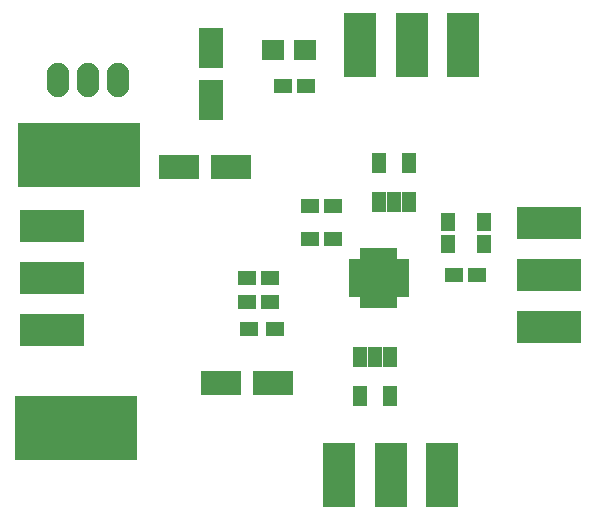
<source format=gts>
G04 #@! TF.FileFunction,Soldermask,Top*
%FSLAX46Y46*%
G04 Gerber Fmt 4.6, Leading zero omitted, Abs format (unit mm)*
G04 Created by KiCad (PCBNEW 4.0.2+dfsg1-stable) date Mo 13 Nov 2017 21:14:13 CET*
%MOMM*%
G01*
G04 APERTURE LIST*
%ADD10C,0.100000*%
%ADD11R,1.160000X1.800000*%
%ADD12R,1.600000X1.150000*%
%ADD13R,3.399740X2.000200*%
%ADD14R,1.150000X1.600000*%
%ADD15R,2.000200X3.399740*%
%ADD16R,1.250000X0.700000*%
%ADD17R,0.700000X1.250000*%
%ADD18R,1.700000X1.700000*%
%ADD19R,1.900000X1.700000*%
%ADD20R,5.480000X2.690000*%
%ADD21R,5.480000X2.820000*%
%ADD22R,2.690000X5.480000*%
%ADD23R,2.820000X5.480000*%
%ADD24R,1.600000X1.300000*%
%ADD25R,10.400000X5.400000*%
%ADD26O,1.901140X2.899360*%
G04 APERTURE END LIST*
D10*
D11*
X64808100Y-78676500D03*
X63538100Y-78676500D03*
X62268100Y-78676500D03*
X64808100Y-75336400D03*
X62293500Y-75336400D03*
D12*
X53020000Y-85090000D03*
X51120000Y-85090000D03*
X53020000Y-87122000D03*
X51120000Y-87122000D03*
X58354000Y-81788000D03*
X56454000Y-81788000D03*
D13*
X48854360Y-93980000D03*
X53253640Y-93980000D03*
D12*
X70546000Y-84836000D03*
X68646000Y-84836000D03*
D14*
X68072000Y-82230000D03*
X68072000Y-80330000D03*
D13*
X49697640Y-75692000D03*
X45298360Y-75692000D03*
D15*
X48006000Y-65618360D03*
X48006000Y-70017640D03*
D12*
X54168000Y-68834000D03*
X56068000Y-68834000D03*
D16*
X60280000Y-83840000D03*
X60280000Y-84340000D03*
X60280000Y-84840000D03*
X60280000Y-85340000D03*
X60280000Y-85840000D03*
X60280000Y-86340000D03*
D17*
X60980000Y-87040000D03*
X61480000Y-87040000D03*
X61980000Y-87040000D03*
X62480000Y-87040000D03*
X62980000Y-87040000D03*
X63480000Y-87040000D03*
D16*
X64180000Y-86340000D03*
X64180000Y-85840000D03*
X64180000Y-85340000D03*
X64180000Y-84840000D03*
X64180000Y-84340000D03*
X64180000Y-83840000D03*
D17*
X63480000Y-83140000D03*
X62980000Y-83140000D03*
X62480000Y-83140000D03*
X61980000Y-83140000D03*
X61480000Y-83140000D03*
X60980000Y-83140000D03*
D18*
X62880000Y-85740000D03*
X62880000Y-84440000D03*
X61580000Y-85740000D03*
X61580000Y-84440000D03*
D19*
X53260000Y-65786000D03*
X55960000Y-65786000D03*
D20*
X34602000Y-85090000D03*
D21*
X34602000Y-80710000D03*
X34602000Y-89470000D03*
D22*
X65024000Y-65336000D03*
D23*
X69404000Y-65336000D03*
X60644000Y-65336000D03*
D22*
X63246000Y-101796000D03*
D23*
X58866000Y-101796000D03*
X67626000Y-101796000D03*
D20*
X76650000Y-84836000D03*
D21*
X76650000Y-89216000D03*
X76650000Y-80456000D03*
D24*
X53424000Y-89408000D03*
X51224000Y-89408000D03*
D25*
X36830000Y-74676000D03*
X36576000Y-97790000D03*
D14*
X71120000Y-82230000D03*
X71120000Y-80330000D03*
D12*
X58354000Y-78994000D03*
X56454000Y-78994000D03*
D26*
X37592000Y-68326000D03*
X35052000Y-68326000D03*
X40132000Y-68326000D03*
D11*
X60667900Y-91757500D03*
X61937900Y-91757500D03*
X63207900Y-91757500D03*
X60667900Y-95097600D03*
X63182500Y-95097600D03*
M02*

</source>
